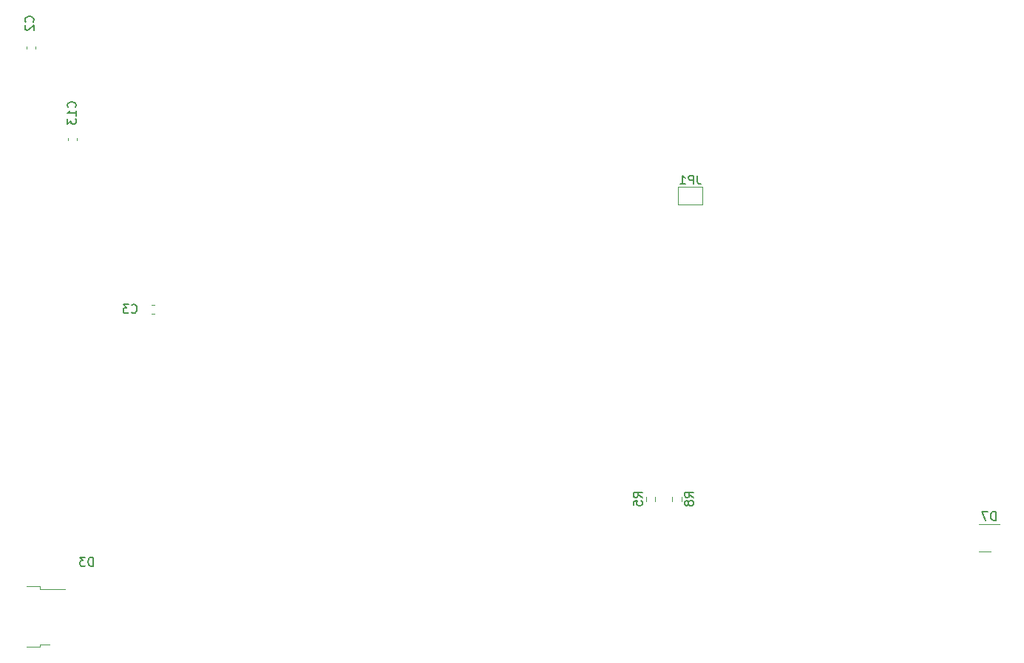
<source format=gbr>
%TF.GenerationSoftware,KiCad,Pcbnew,(6.0.1-0)*%
%TF.CreationDate,2023-02-28T13:23:54-05:00*%
%TF.ProjectId,rear-control-board,72656172-2d63-46f6-9e74-726f6c2d626f,rev?*%
%TF.SameCoordinates,Original*%
%TF.FileFunction,Legend,Bot*%
%TF.FilePolarity,Positive*%
%FSLAX46Y46*%
G04 Gerber Fmt 4.6, Leading zero omitted, Abs format (unit mm)*
G04 Created by KiCad (PCBNEW (6.0.1-0)) date 2023-02-28 13:23:54*
%MOMM*%
%LPD*%
G01*
G04 APERTURE LIST*
%ADD10C,0.150000*%
%ADD11C,0.120000*%
G04 APERTURE END LIST*
D10*
%TO.C,C2*%
X73257142Y-62548333D02*
X73304761Y-62500714D01*
X73352380Y-62357857D01*
X73352380Y-62262619D01*
X73304761Y-62119761D01*
X73209523Y-62024523D01*
X73114285Y-61976904D01*
X72923809Y-61929285D01*
X72780952Y-61929285D01*
X72590476Y-61976904D01*
X72495238Y-62024523D01*
X72400000Y-62119761D01*
X72352380Y-62262619D01*
X72352380Y-62357857D01*
X72400000Y-62500714D01*
X72447619Y-62548333D01*
X72447619Y-62929285D02*
X72400000Y-62976904D01*
X72352380Y-63072142D01*
X72352380Y-63310238D01*
X72400000Y-63405476D01*
X72447619Y-63453095D01*
X72542857Y-63500714D01*
X72638095Y-63500714D01*
X72780952Y-63453095D01*
X73352380Y-62881666D01*
X73352380Y-63500714D01*
%TO.C,D3*%
X80148095Y-124952380D02*
X80148095Y-123952380D01*
X79910000Y-123952380D01*
X79767142Y-124000000D01*
X79671904Y-124095238D01*
X79624285Y-124190476D01*
X79576666Y-124380952D01*
X79576666Y-124523809D01*
X79624285Y-124714285D01*
X79671904Y-124809523D01*
X79767142Y-124904761D01*
X79910000Y-124952380D01*
X80148095Y-124952380D01*
X79243333Y-123952380D02*
X78624285Y-123952380D01*
X78957619Y-124333333D01*
X78814761Y-124333333D01*
X78719523Y-124380952D01*
X78671904Y-124428571D01*
X78624285Y-124523809D01*
X78624285Y-124761904D01*
X78671904Y-124857142D01*
X78719523Y-124904761D01*
X78814761Y-124952380D01*
X79100476Y-124952380D01*
X79195714Y-124904761D01*
X79243333Y-124857142D01*
%TO.C,JP1*%
X149358333Y-80152380D02*
X149358333Y-80866666D01*
X149405952Y-81009523D01*
X149501190Y-81104761D01*
X149644047Y-81152380D01*
X149739285Y-81152380D01*
X148882142Y-81152380D02*
X148882142Y-80152380D01*
X148501190Y-80152380D01*
X148405952Y-80200000D01*
X148358333Y-80247619D01*
X148310714Y-80342857D01*
X148310714Y-80485714D01*
X148358333Y-80580952D01*
X148405952Y-80628571D01*
X148501190Y-80676190D01*
X148882142Y-80676190D01*
X147358333Y-81152380D02*
X147929761Y-81152380D01*
X147644047Y-81152380D02*
X147644047Y-80152380D01*
X147739285Y-80295238D01*
X147834523Y-80390476D01*
X147929761Y-80438095D01*
%TO.C,R8*%
X148882380Y-117083333D02*
X148406190Y-116750000D01*
X148882380Y-116511904D02*
X147882380Y-116511904D01*
X147882380Y-116892857D01*
X147930000Y-116988095D01*
X147977619Y-117035714D01*
X148072857Y-117083333D01*
X148215714Y-117083333D01*
X148310952Y-117035714D01*
X148358571Y-116988095D01*
X148406190Y-116892857D01*
X148406190Y-116511904D01*
X148310952Y-117654761D02*
X148263333Y-117559523D01*
X148215714Y-117511904D01*
X148120476Y-117464285D01*
X148072857Y-117464285D01*
X147977619Y-117511904D01*
X147930000Y-117559523D01*
X147882380Y-117654761D01*
X147882380Y-117845238D01*
X147930000Y-117940476D01*
X147977619Y-117988095D01*
X148072857Y-118035714D01*
X148120476Y-118035714D01*
X148215714Y-117988095D01*
X148263333Y-117940476D01*
X148310952Y-117845238D01*
X148310952Y-117654761D01*
X148358571Y-117559523D01*
X148406190Y-117511904D01*
X148501428Y-117464285D01*
X148691904Y-117464285D01*
X148787142Y-117511904D01*
X148834761Y-117559523D01*
X148882380Y-117654761D01*
X148882380Y-117845238D01*
X148834761Y-117940476D01*
X148787142Y-117988095D01*
X148691904Y-118035714D01*
X148501428Y-118035714D01*
X148406190Y-117988095D01*
X148358571Y-117940476D01*
X148310952Y-117845238D01*
%TO.C,C13*%
X78107142Y-72357142D02*
X78154761Y-72309523D01*
X78202380Y-72166666D01*
X78202380Y-72071428D01*
X78154761Y-71928571D01*
X78059523Y-71833333D01*
X77964285Y-71785714D01*
X77773809Y-71738095D01*
X77630952Y-71738095D01*
X77440476Y-71785714D01*
X77345238Y-71833333D01*
X77250000Y-71928571D01*
X77202380Y-72071428D01*
X77202380Y-72166666D01*
X77250000Y-72309523D01*
X77297619Y-72357142D01*
X78202380Y-73309523D02*
X78202380Y-72738095D01*
X78202380Y-73023809D02*
X77202380Y-73023809D01*
X77345238Y-72928571D01*
X77440476Y-72833333D01*
X77488095Y-72738095D01*
X77202380Y-73642857D02*
X77202380Y-74261904D01*
X77583333Y-73928571D01*
X77583333Y-74071428D01*
X77630952Y-74166666D01*
X77678571Y-74214285D01*
X77773809Y-74261904D01*
X78011904Y-74261904D01*
X78107142Y-74214285D01*
X78154761Y-74166666D01*
X78202380Y-74071428D01*
X78202380Y-73785714D01*
X78154761Y-73690476D01*
X78107142Y-73642857D01*
%TO.C,C3*%
X84554166Y-95857142D02*
X84601785Y-95904761D01*
X84744642Y-95952380D01*
X84839880Y-95952380D01*
X84982738Y-95904761D01*
X85077976Y-95809523D01*
X85125595Y-95714285D01*
X85173214Y-95523809D01*
X85173214Y-95380952D01*
X85125595Y-95190476D01*
X85077976Y-95095238D01*
X84982738Y-95000000D01*
X84839880Y-94952380D01*
X84744642Y-94952380D01*
X84601785Y-95000000D01*
X84554166Y-95047619D01*
X84220833Y-94952380D02*
X83601785Y-94952380D01*
X83935119Y-95333333D01*
X83792261Y-95333333D01*
X83697023Y-95380952D01*
X83649404Y-95428571D01*
X83601785Y-95523809D01*
X83601785Y-95761904D01*
X83649404Y-95857142D01*
X83697023Y-95904761D01*
X83792261Y-95952380D01*
X84077976Y-95952380D01*
X84173214Y-95904761D01*
X84220833Y-95857142D01*
%TO.C,R5*%
X143022380Y-117083333D02*
X142546190Y-116750000D01*
X143022380Y-116511904D02*
X142022380Y-116511904D01*
X142022380Y-116892857D01*
X142070000Y-116988095D01*
X142117619Y-117035714D01*
X142212857Y-117083333D01*
X142355714Y-117083333D01*
X142450952Y-117035714D01*
X142498571Y-116988095D01*
X142546190Y-116892857D01*
X142546190Y-116511904D01*
X142022380Y-117988095D02*
X142022380Y-117511904D01*
X142498571Y-117464285D01*
X142450952Y-117511904D01*
X142403333Y-117607142D01*
X142403333Y-117845238D01*
X142450952Y-117940476D01*
X142498571Y-117988095D01*
X142593809Y-118035714D01*
X142831904Y-118035714D01*
X142927142Y-117988095D01*
X142974761Y-117940476D01*
X143022380Y-117845238D01*
X143022380Y-117607142D01*
X142974761Y-117511904D01*
X142927142Y-117464285D01*
%TO.C,D7*%
X183488095Y-119702380D02*
X183488095Y-118702380D01*
X183250000Y-118702380D01*
X183107142Y-118750000D01*
X183011904Y-118845238D01*
X182964285Y-118940476D01*
X182916666Y-119130952D01*
X182916666Y-119273809D01*
X182964285Y-119464285D01*
X183011904Y-119559523D01*
X183107142Y-119654761D01*
X183250000Y-119702380D01*
X183488095Y-119702380D01*
X182583333Y-118702380D02*
X181916666Y-118702380D01*
X182345238Y-119702380D01*
D11*
%TO.C,C2*%
X72490000Y-65353733D02*
X72490000Y-65646267D01*
X73510000Y-65353733D02*
X73510000Y-65646267D01*
%TO.C,D3*%
X74070000Y-127300000D02*
X74070000Y-127570000D01*
X74070000Y-133930000D02*
X75170000Y-133930000D01*
X74070000Y-127570000D02*
X76900000Y-127570000D01*
X72570000Y-134200000D02*
X74070000Y-134200000D01*
X72570000Y-127300000D02*
X74070000Y-127300000D01*
X74070000Y-134200000D02*
X74070000Y-133930000D01*
%TO.C,JP1*%
X147125000Y-81500000D02*
X147125000Y-83500000D01*
X149925000Y-83500000D02*
X149925000Y-81500000D01*
X149925000Y-81500000D02*
X147125000Y-81500000D01*
X147125000Y-83500000D02*
X149925000Y-83500000D01*
%TO.C,R8*%
X147522500Y-117504724D02*
X147522500Y-116995276D01*
X146477500Y-117504724D02*
X146477500Y-116995276D01*
%TO.C,C13*%
X78260000Y-76146267D02*
X78260000Y-75853733D01*
X77240000Y-76146267D02*
X77240000Y-75853733D01*
%TO.C,C3*%
X87146267Y-94990000D02*
X86853733Y-94990000D01*
X87146267Y-96010000D02*
X86853733Y-96010000D01*
%TO.C,R5*%
X144522500Y-116995276D02*
X144522500Y-117504724D01*
X143477500Y-116995276D02*
X143477500Y-117504724D01*
%TO.C,D7*%
X182250000Y-123310000D02*
X181600000Y-123310000D01*
X182250000Y-123310000D02*
X182900000Y-123310000D01*
X182250000Y-120190000D02*
X183925000Y-120190000D01*
X182250000Y-120190000D02*
X181600000Y-120190000D01*
%TD*%
M02*

</source>
